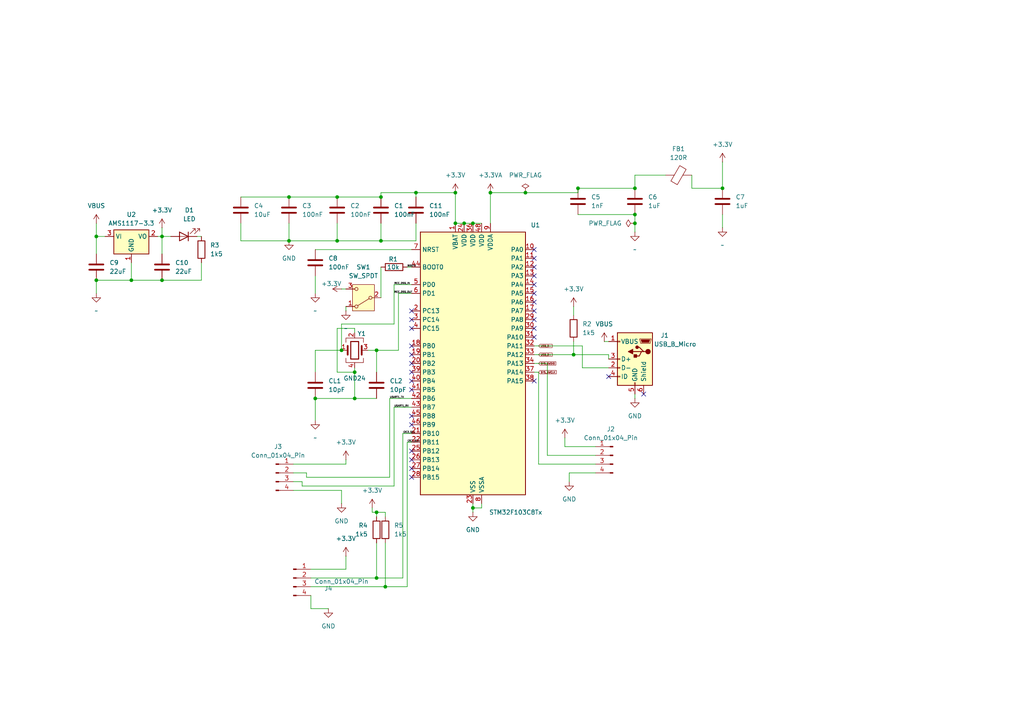
<source format=kicad_sch>
(kicad_sch (version 20250114) (generator "eeschema") (generator_version "9.0")
  (paper "A4")
  (lib_symbols
    (symbol "Connector:Conn_01x04_Pin" (pin_names (offset 1.016) (hide yes))
      (property "Reference" "J" (at 0 5.08 0))
      (property "Value" "Conn_01x04_Pin" (at 0 -7.62 0))
      (symbol "Conn_01x04_Pin_1_1"
        (rectangle (start 0.8636 2.667) (end 0 2.413) (stroke (width 0.1524)) (fill (type outline)))
        (rectangle (start 0.8636 0.127) (end 0 -0.127) (stroke (width 0.1524)) (fill (type outline)))
        (rectangle (start 0.8636 -2.413) (end 0 -2.667) (stroke (width 0.1524)) (fill (type outline)))
        (rectangle (start 0.8636 -4.953) (end 0 -5.207) (stroke (width 0.1524)) (fill (type outline)))
        (polyline (pts (xy 1.27 2.54) (xy 0.8636 2.54)) (stroke (width 0.1524)))
        (polyline (pts (xy 1.27 0) (xy 0.8636 0)) (stroke (width 0.1524)))
        (polyline (pts (xy 1.27 -2.54) (xy 0.8636 -2.54)) (stroke (width 0.1524)))
        (polyline (pts (xy 1.27 -5.08) (xy 0.8636 -5.08)) (stroke (width 0.1524)))
        (pin passive line (at 5.08 2.54 180) (length 3.81) (name "Pin_1") (number "1"))
        (pin passive line (at 5.08 0 180) (length 3.81) (name "Pin_2") (number "2"))
        (pin passive line (at 5.08 -2.54 180) (length 3.81) (name "Pin_3") (number "3"))
        (pin passive line (at 5.08 -5.08 180) (length 3.81) (name "Pin_4") (number "4"))
      )
    )
    (symbol "Connector:USB_B_Micro" (pin_names (offset 1.016))
      (property "Reference" "J" (at -5.08 11.43 0))
      (property "Value" "USB_B_Micro" (at -5.08 8.89 0))
      (symbol "USB_B_Micro_0_1"
        (rectangle (start -5.08 -7.62) (end 5.08 7.62) (stroke (width 0.254)) (fill (type background)))
        (polyline (pts (xy -4.699 5.842) (xy -4.699 5.588) (xy -4.445 4.826) (xy -4.445 4.572) (xy -1.651 4.572) (xy -1.651 4.826) (xy -1.397 5.588) (xy -1.397 5.842) (xy -4.699 5.842)))
        (polyline (pts (xy -4.318 5.588) (xy -1.778 5.588) (xy -2.032 4.826) (xy -4.064 4.826) (xy -4.318 5.588)) (fill (type outline)))
        (circle (center -3.81 2.159) (radius 0.635) (stroke (width 0.254)) (fill (type outline)))
        (polyline (pts (xy -3.175 2.159) (xy -2.54 2.159) (xy -1.27 3.429) (xy -0.635 3.429)) (stroke (width 0.254)))
        (polyline (pts (xy -2.54 2.159) (xy -1.905 2.159) (xy -1.27 0.889) (xy 0 0.889)) (stroke (width 0.254)))
        (polyline (pts (xy -1.905 2.159) (xy 0.635 2.159)) (stroke (width 0.254)))
        (circle (center -0.635 3.429) (radius 0.381) (stroke (width 0.254)) (fill (type outline)))
        (rectangle (start -0.127 -7.62) (end 0.127 -6.858))
        (rectangle (start 0.254 1.27) (end -0.508 0.508) (stroke (width 0.254)) (fill (type outline)))
        (polyline (pts (xy 0.635 2.794) (xy 0.635 1.524) (xy 1.905 2.159) (xy 0.635 2.794)) (stroke (width 0.254)) (fill (type outline)))
        (rectangle (start 5.08 4.953) (end 4.318 5.207))
        (rectangle (start 5.08 -0.127) (end 4.318 0.127))
        (rectangle (start 5.08 -2.667) (end 4.318 -2.413))
        (rectangle (start 5.08 -5.207) (end 4.318 -4.953))
      )
      (symbol "USB_B_Micro_1_1"
        (pin passive line (at -2.54 -10.16 90) (length 2.54) (name "Shield") (number "6"))
        (pin power_out line (at 0 -10.16 90) (length 2.54) (name "GND") (number "5"))
        (pin power_out line (at 7.62 5.08 180) (length 2.54) (name "VBUS") (number "1"))
        (pin bidirectional line (at 7.62 0 180) (length 2.54) (name "D+") (number "3"))
        (pin bidirectional line (at 7.62 -2.54 180) (length 2.54) (name "D-") (number "2"))
        (pin passive line (at 7.62 -5.08 180) (length 2.54) (name "ID") (number "4"))
      )
    )
    (symbol "Device:C" (pin_numbers (hide yes)) (pin_names (offset 0.254))
      (property "Reference" "C" (at 0.635 2.54 0))
      (property "Value" "C" (at 0.635 -2.54 0))
      (symbol "C_0_1"
        (polyline (pts (xy -2.032 0.762) (xy 2.032 0.762)) (stroke (width 0.508)))
        (polyline (pts (xy -2.032 -0.762) (xy 2.032 -0.762)) (stroke (width 0.508)))
      )
      (symbol "C_1_1"
        (pin passive line (at 0 3.81 270) (length 2.794) (name "~") (number "1"))
        (pin passive line (at 0 -3.81 90) (length 2.794) (name "~") (number "2"))
      )
    )
    (symbol "Device:Crystal_GND24" (pin_names (offset 1.016) (hide yes))
      (property "Reference" "Y" (at 3.175 5.08 0))
      (property "Value" "Crystal_GND24" (at 3.175 3.175 0))
      (symbol "Crystal_GND24_0_1"
        (polyline (pts (xy -2.54 2.286) (xy -2.54 3.556) (xy 2.54 3.556) (xy 2.54 2.286)))
        (polyline (pts (xy -2.54 0) (xy -2.032 0)))
        (polyline (pts (xy -2.54 -2.286) (xy -2.54 -3.556) (xy 2.54 -3.556) (xy 2.54 -2.286)))
        (polyline (pts (xy -2.032 -1.27) (xy -2.032 1.27)) (stroke (width 0.508)))
        (rectangle (start -1.143 2.54) (end 1.143 -2.54) (stroke (width 0.3048)))
        (polyline (pts (xy 0 3.556) (xy 0 3.81)))
        (polyline (pts (xy 0 -3.81) (xy 0 -3.556)))
        (polyline (pts (xy 2.032 0) (xy 2.54 0)))
        (polyline (pts (xy 2.032 -1.27) (xy 2.032 1.27)) (stroke (width 0.508)))
      )
      (symbol "Crystal_GND24_1_1"
        (pin passive line (at -3.81 0 0) (length 1.27) (name "1") (number "1"))
        (pin passive line (at 0 5.08 270) (length 1.27) (name "2") (number "2"))
        (pin passive line (at 0 -5.08 90) (length 1.27) (name "4") (number "4"))
        (pin passive line (at 3.81 0 180) (length 1.27) (name "3") (number "3"))
      )
    )
    (symbol "Device:FerriteBead" (pin_numbers (hide yes)) (pin_names (offset 0))
      (property "Reference" "FB" (at -3.81 0.635 90))
      (property "Value" "FerriteBead" (at 3.81 0 90))
      (symbol "FerriteBead_0_1"
        (polyline (pts (xy -2.7686 0.4064) (xy -1.7018 2.2606) (xy 2.7686 -0.3048) (xy 1.6764 -2.159) (xy -2.7686 0.4064)))
        (polyline (pts (xy 0 1.27) (xy 0 1.2954)))
        (polyline (pts (xy 0 -1.27) (xy 0 -1.2192)))
      )
      (symbol "FerriteBead_1_1"
        (pin passive line (at 0 3.81 270) (length 2.54) (name "~") (number "1"))
        (pin passive line (at 0 -3.81 90) (length 2.54) (name "~") (number "2"))
      )
    )
    (symbol "Device:LED" (pin_numbers (hide yes)) (pin_names (offset 1.016) (hide yes))
      (property "Reference" "D" (at 0 2.54 0))
      (property "Value" "LED" (at 0 -2.54 0))
      (symbol "LED_0_1"
        (polyline (pts (xy -3.048 -0.762) (xy -4.572 -2.286) (xy -3.81 -2.286) (xy -4.572 -2.286) (xy -4.572 -1.524)))
        (polyline (pts (xy -1.778 -0.762) (xy -3.302 -2.286) (xy -2.54 -2.286) (xy -3.302 -2.286) (xy -3.302 -1.524)))
        (polyline (pts (xy -1.27 0) (xy 1.27 0)))
        (polyline (pts (xy -1.27 -1.27) (xy -1.27 1.27)) (stroke (width 0.254)))
        (polyline (pts (xy 1.27 -1.27) (xy 1.27 1.27) (xy -1.27 0) (xy 1.27 -1.27)) (stroke (width 0.254)))
      )
      (symbol "LED_1_1"
        (pin passive line (at -3.81 0 0) (length 2.54) (name "K") (number "1"))
        (pin passive line (at 3.81 0 180) (length 2.54) (name "A") (number "2"))
      )
    )
    (symbol "Device:R" (pin_numbers (hide yes)) (pin_names (offset 0))
      (property "Reference" "R" (at 2.032 0 90))
      (property "Value" "R" (at 0 0 90))
      (symbol "R_0_1"
        (rectangle (start -1.016 -2.54) (end 1.016 2.54) (stroke (width 0.254)))
      )
      (symbol "R_1_1"
        (pin passive line (at 0 3.81 270) (length 1.27) (name "~") (number "1"))
        (pin passive line (at 0 -3.81 90) (length 1.27) (name "~") (number "2"))
      )
    )
    (symbol "MCU_ST_STM32F1:STM32F103C8Tx"
      (property "Reference" "U" (at -15.24 39.37 0))
      (property "Value" "STM32F103C8Tx" (at 7.62 39.37 0))
      (symbol "STM32F103C8Tx_0_1"
        (rectangle (start -15.24 -38.1) (end 15.24 38.1) (stroke (width 0.254)) (fill (type background)))
      )
      (symbol "STM32F103C8Tx_1_1"
        (pin input line (at -17.78 33.02 0) (length 2.54) (name "NRST") (number "7"))
        (pin input line (at -17.78 27.94 0) (length 2.54) (name "BOOT0") (number "44"))
        (pin bidirectional line (at -17.78 22.86 0) (length 2.54) (name "PD0") (number "5"))
        (pin bidirectional line (at -17.78 20.32 0) (length 2.54) (name "PD1") (number "6"))
        (pin bidirectional line (at -17.78 15.24 0) (length 2.54) (name "PC13") (number "2"))
        (pin bidirectional line (at -17.78 12.7 0) (length 2.54) (name "PC14") (number "3"))
        (pin bidirectional line (at -17.78 10.16 0) (length 2.54) (name "PC15") (number "4"))
        (pin bidirectional line (at -17.78 5.08 0) (length 2.54) (name "PB0") (number "18"))
        (pin bidirectional line (at -17.78 2.54 0) (length 2.54) (name "PB1") (number "19"))
        (pin bidirectional line (at -17.78 0 0) (length 2.54) (name "PB2") (number "20"))
        (pin bidirectional line (at -17.78 -2.54 0) (length 2.54) (name "PB3") (number "39"))
        (pin bidirectional line (at -17.78 -5.08 0) (length 2.54) (name "PB4") (number "40"))
        (pin bidirectional line (at -17.78 -7.62 0) (length 2.54) (name "PB5") (number "41"))
        (pin bidirectional line (at -17.78 -10.16 0) (length 2.54) (name "PB6") (number "42"))
        (pin bidirectional line (at -17.78 -12.7 0) (length 2.54) (name "PB7") (number "43"))
        (pin bidirectional line (at -17.78 -15.24 0) (length 2.54) (name "PB8") (number "45"))
        (pin bidirectional line (at -17.78 -17.78 0) (length 2.54) (name "PB9") (number "46"))
        (pin bidirectional line (at -17.78 -20.32 0) (length 2.54) (name "PB10") (number "21"))
        (pin bidirectional line (at -17.78 -22.86 0) (length 2.54) (name "PB11") (number "22"))
        (pin bidirectional line (at -17.78 -25.4 0) (length 2.54) (name "PB12") (number "25"))
        (pin bidirectional line (at -17.78 -27.94 0) (length 2.54) (name "PB13") (number "26"))
        (pin bidirectional line (at -17.78 -30.48 0) (length 2.54) (name "PB14") (number "27"))
        (pin bidirectional line (at -17.78 -33.02 0) (length 2.54) (name "PB15") (number "28"))
        (pin power_in line (at -5.08 40.64 270) (length 2.54) (name "VBAT") (number "1"))
        (pin power_in line (at -2.54 40.64 270) (length 2.54) (name "VDD") (number "24"))
        (pin power_in line (at 0 40.64 270) (length 2.54) (name "VDD") (number "36"))
        (pin power_in line (at 0 -40.64 90) (length 2.54) (name "VSS") (number "23"))
        (pin passive line (at 0 -40.64 90) (length 2.54) (hide yes) (name "VSS") (number "35"))
        (pin passive line (at 0 -40.64 90) (length 2.54) (hide yes) (name "VSS") (number "47"))
        (pin power_in line (at 2.54 40.64 270) (length 2.54) (name "VDD") (number "48"))
        (pin power_in line (at 2.54 -40.64 90) (length 2.54) (name "VSSA") (number "8"))
        (pin power_in line (at 5.08 40.64 270) (length 2.54) (name "VDDA") (number "9"))
        (pin bidirectional line (at 17.78 33.02 180) (length 2.54) (name "PA0") (number "10"))
        (pin bidirectional line (at 17.78 30.48 180) (length 2.54) (name "PA1") (number "11"))
        (pin bidirectional line (at 17.78 27.94 180) (length 2.54) (name "PA2") (number "12"))
        (pin bidirectional line (at 17.78 25.4 180) (length 2.54) (name "PA3") (number "13"))
        (pin bidirectional line (at 17.78 22.86 180) (length 2.54) (name "PA4") (number "14"))
        (pin bidirectional line (at 17.78 20.32 180) (length 2.54) (name "PA5") (number "15"))
        (pin bidirectional line (at 17.78 17.78 180) (length 2.54) (name "PA6") (number "16"))
        (pin bidirectional line (at 17.78 15.24 180) (length 2.54) (name "PA7") (number "17"))
        (pin bidirectional line (at 17.78 12.7 180) (length 2.54) (name "PA8") (number "29"))
        (pin bidirectional line (at 17.78 10.16 180) (length 2.54) (name "PA9") (number "30"))
        (pin bidirectional line (at 17.78 7.62 180) (length 2.54) (name "PA10") (number "31"))
        (pin bidirectional line (at 17.78 5.08 180) (length 2.54) (name "PA11") (number "32"))
        (pin bidirectional line (at 17.78 2.54 180) (length 2.54) (name "PA12") (number "33"))
        (pin bidirectional line (at 17.78 0 180) (length 2.54) (name "PA13") (number "34"))
        (pin bidirectional line (at 17.78 -2.54 180) (length 2.54) (name "PA14") (number "37"))
        (pin bidirectional line (at 17.78 -5.08 180) (length 2.54) (name "PA15") (number "38"))
      )
    )
    (symbol "Regulator_Linear:AMS1117-3.3"
      (property "Reference" "U" (at -3.81 3.175 0))
      (property "Value" "AMS1117-3.3" (at 0 3.175 0))
      (symbol "AMS1117-3.3_0_1"
        (rectangle (start -5.08 -5.08) (end 5.08 1.905) (stroke (width 0.254)) (fill (type background)))
      )
      (symbol "AMS1117-3.3_1_1"
        (pin power_in line (at -7.62 0 0) (length 2.54) (name "VI") (number "3"))
        (pin power_in line (at 0 -7.62 90) (length 2.54) (name "GND") (number "1"))
        (pin power_out line (at 7.62 0 180) (length 2.54) (name "VO") (number "2"))
      )
    )
    (symbol "Switch:SW_SPDT" (pin_names (offset 0) (hide yes))
      (property "Reference" "SW" (at 0 5.08 0))
      (property "Value" "SW_SPDT" (at 0 -5.08 0))
      (symbol "SW_SPDT_0_1"
        (circle (center -2.032 0) (radius 0.4572))
        (polyline (pts (xy -1.651 0.254) (xy 1.651 2.286)))
        (circle (center 2.032 2.54) (radius 0.4572))
        (circle (center 2.032 -2.54) (radius 0.4572))
      )
      (symbol "SW_SPDT_1_1"
        (rectangle (start -3.175 3.81) (end 3.175 -3.81) (fill (type background)))
        (pin passive line (at -5.08 0 0) (length 2.54) (name "B") (number "2"))
        (pin passive line (at 5.08 2.54 180) (length 2.54) (name "A") (number "1"))
        (pin passive line (at 5.08 -2.54 180) (length 2.54) (name "C") (number "3"))
      )
    )
    (symbol "power:+3.3V" (power) (pin_numbers (hide yes)) (pin_names (offset 0) (hide yes))
      (property "Value" "+3.3V" (at 0 3.556 0))
      (symbol "+3.3V_0_1"
        (polyline (pts (xy -0.762 1.27) (xy 0 2.54)))
        (polyline (pts (xy 0 2.54) (xy 0.762 1.27)))
        (polyline (pts (xy 0 0) (xy 0 2.54)))
      )
      (symbol "+3.3V_1_1"
        (pin power_in line (at 0 0 90) (length 0) (name "~") (number "1"))
      )
    )
    (symbol "power:GND" (power) (pin_numbers (hide yes)) (pin_names (offset 0) (hide yes))
      (property "Value" "GND" (at 0 -3.81 0))
      (symbol "GND_0_1"
        (polyline (pts (xy 0 0) (xy 0 -1.27) (xy 1.27 -1.27) (xy 0 -2.54) (xy -1.27 -1.27) (xy 0 -1.27)))
      )
      (symbol "GND_1_1"
        (pin power_in line (at 0 0 270) (length 0) (name "~") (number "1"))
      )
    )
    (symbol "power:PWR_FLAG" (power) (pin_numbers (hide yes)) (pin_names (offset 0) (hide yes))
      (property "Value" "PWR_FLAG" (at 0 3.81 0))
      (symbol "PWR_FLAG_0_0"
        (pin power_out line (at 0 0 90) (length 0) (name "~") (number "1"))
      )
      (symbol "PWR_FLAG_0_1"
        (polyline (pts (xy 0 0) (xy 0 1.27) (xy -1.016 1.905) (xy 0 2.54) (xy 1.016 1.905) (xy 0 1.27)))
      )
    )
    (symbol "power:VBUS" (power) (pin_numbers (hide yes)) (pin_names (offset 0) (hide yes))
      (property "Value" "VBUS" (at 0 3.556 0))
      (symbol "VBUS_0_1"
        (polyline (pts (xy -0.762 1.27) (xy 0 2.54)))
        (polyline (pts (xy 0 2.54) (xy 0.762 1.27)))
        (polyline (pts (xy 0 0) (xy 0 2.54)))
      )
      (symbol "VBUS_1_1"
        (pin power_in line (at 0 0 90) (length 0) (name "~") (number "1"))
      )
    )
  )
  (junction (at 27.94 81.28))
  (junction (at 97.79 69.85))
  (junction (at 46.99 81.28))
  (junction (at 109.22 101.6))
  (junction (at 142.24 55.88))
  (junction (at 83.82 69.85))
  (junction (at 134.62 64.77))
  (junction (at 102.87 115.57))
  (junction (at 184.15 62.23))
  (junction (at 209.55 54.61))
  (junction (at 38.1 81.28))
  (junction (at 120.65 55.88))
  (junction (at 110.49 57.15))
  (junction (at 99.06 101.6))
  (junction (at 97.79 57.15))
  (junction (at 46.99 68.58))
  (junction (at 166.37 102.87))
  (junction (at 152.4 55.88))
  (junction (at 111.76 170.18))
  (junction (at 132.08 64.77))
  (junction (at 102.87 107.95))
  (junction (at 167.64 54.61))
  (junction (at 110.49 69.85))
  (junction (at 109.22 148.59))
  (junction (at 137.16 147.32))
  (junction (at 184.15 64.77))
  (junction (at 91.44 115.57))
  (junction (at 83.82 57.15))
  (junction (at 132.08 55.88))
  (junction (at 109.22 167.64))
  (junction (at 184.15 54.61))
  (junction (at 137.16 64.77))
  (junction (at 27.94 68.58))
  (no_connect (at 154.94 90.17))
  (no_connect (at 119.38 105.41))
  (no_connect (at 154.94 72.39))
  (no_connect (at 119.38 135.89))
  (no_connect (at 119.38 133.35))
  (no_connect (at 119.38 92.71))
  (no_connect (at 154.94 95.25))
  (no_connect (at 154.94 74.93))
  (no_connect (at 176.53 109.22))
  (no_connect (at 119.38 100.33))
  (no_connect (at 154.94 92.71))
  (no_connect (at 154.94 80.01))
  (no_connect (at 186.69 114.3))
  (no_connect (at 119.38 110.49))
  (no_connect (at 119.38 90.17))
  (no_connect (at 154.94 87.63))
  (no_connect (at 119.38 123.19))
  (no_connect (at 119.38 113.03))
  (no_connect (at 119.38 130.81))
  (no_connect (at 119.38 102.87))
  (no_connect (at 154.94 110.49))
  (no_connect (at 154.94 82.55))
  (no_connect (at 119.38 107.95))
  (no_connect (at 154.94 85.09))
  (no_connect (at 119.38 95.25))
  (no_connect (at 154.94 77.47))
  (no_connect (at 119.38 120.65))
  (no_connect (at 154.94 97.79))
  (no_connect (at 119.38 138.43))
  (wire (pts (xy 109.22 157.48) (xy 109.22 167.64)))
  (wire (pts (xy 165.1 137.16) (xy 172.72 137.16)))
  (wire (pts (xy 163.83 129.54) (xy 172.72 129.54)))
  (wire (pts (xy 99.06 93.98) (xy 99.06 101.6)))
  (wire (pts (xy 97.79 95.25) (xy 97.79 107.95)))
  (wire (pts (xy 154.94 100.33) (xy 168.91 100.33)))
  (wire (pts (xy 115.57 85.09) (xy 115.57 101.6)))
  (wire (pts (xy 83.82 57.15) (xy 97.79 57.15)))
  (wire (pts (xy 46.99 68.58) (xy 49.53 68.58)))
  (wire (pts (xy 88.9 138.43) (xy 113.03 138.43)))
  (wire (pts (xy 119.38 82.55) (xy 114.3 82.55)))
  (wire (pts (xy 142.24 55.88) (xy 142.24 64.77)))
  (wire (pts (xy 83.82 64.77) (xy 83.82 69.85)))
  (wire (pts (xy 95.25 176.53) (xy 90.17 176.53)))
  (wire (pts (xy 111.76 157.48) (xy 111.76 170.18)))
  (wire (pts (xy 102.87 95.25) (xy 102.87 96.52)))
  (wire (pts (xy 46.99 66.04) (xy 46.99 68.58)))
  (wire (pts (xy 110.49 77.47) (xy 110.49 86.36)))
  (wire (pts (xy 90.17 170.18) (xy 111.76 170.18)))
  (wire (pts (xy 168.91 100.33) (xy 168.91 106.68)))
  (wire (pts (xy 167.64 54.61) (xy 184.15 54.61)))
  (wire (pts (xy 156.21 134.62) (xy 172.72 134.62)))
  (wire (pts (xy 38.1 81.28) (xy 46.99 81.28)))
  (wire (pts (xy 27.94 64.77) (xy 27.94 68.58)))
  (wire (pts (xy 109.22 101.6) (xy 109.22 107.95)))
  (wire (pts (xy 97.79 57.15) (xy 110.49 57.15)))
  (wire (pts (xy 91.44 101.6) (xy 91.44 107.95)))
  (wire (pts (xy 102.87 106.68) (xy 102.87 107.95)))
  (wire (pts (xy 209.55 62.23) (xy 209.55 66.04)))
  (wire (pts (xy 91.44 115.57) (xy 91.44 121.92)))
  (wire (pts (xy 85.09 142.24) (xy 99.06 142.24)))
  (wire (pts (xy 114.3 118.11) (xy 114.3 140.97)))
  (wire (pts (xy 97.79 69.85) (xy 97.79 64.77)))
  (wire (pts (xy 154.94 107.95) (xy 156.21 107.95)))
  (wire (pts (xy 132.08 64.77) (xy 134.62 64.77)))
  (wire (pts (xy 114.3 82.55) (xy 114.3 93.98)))
  (wire (pts (xy 69.85 57.15) (xy 83.82 57.15)))
  (wire (pts (xy 109.22 148.59) (xy 109.22 149.86)))
  (wire (pts (xy 27.94 68.58) (xy 27.94 73.66)))
  (wire (pts (xy 176.53 102.87) (xy 176.53 104.14)))
  (wire (pts (xy 90.17 167.64) (xy 109.22 167.64)))
  (wire (pts (xy 83.82 69.85) (xy 97.79 69.85)))
  (wire (pts (xy 91.44 115.57) (xy 102.87 115.57)))
  (wire (pts (xy 38.1 76.2) (xy 38.1 81.28)))
  (wire (pts (xy 137.16 146.05) (xy 137.16 147.32)))
  (wire (pts (xy 137.16 147.32) (xy 139.7 147.32)))
  (wire (pts (xy 118.11 128.27) (xy 119.38 128.27)))
  (wire (pts (xy 166.37 99.06) (xy 166.37 102.87)))
  (wire (pts (xy 97.79 107.95) (xy 102.87 107.95)))
  (wire (pts (xy 109.22 167.64) (xy 116.84 167.64)))
  (wire (pts (xy 132.08 55.88) (xy 120.65 55.88)))
  (wire (pts (xy 102.87 115.57) (xy 109.22 115.57)))
  (wire (pts (xy 109.22 148.59) (xy 107.95 148.59)))
  (wire (pts (xy 156.21 107.95) (xy 156.21 134.62)))
  (wire (pts (xy 116.84 125.73) (xy 116.84 167.64)))
  (wire (pts (xy 134.62 64.77) (xy 137.16 64.77)))
  (wire (pts (xy 118.11 77.47) (xy 119.38 77.47)))
  (wire (pts (xy 165.1 139.7) (xy 165.1 137.16)))
  (wire (pts (xy 110.49 69.85) (xy 110.49 64.77)))
  (wire (pts (xy 90.17 176.53) (xy 90.17 172.72)))
  (wire (pts (xy 168.91 106.68) (xy 176.53 106.68)))
  (wire (pts (xy 85.09 137.16) (xy 88.9 137.16)))
  (wire (pts (xy 100.33 133.35) (xy 100.33 134.62)))
  (wire (pts (xy 120.65 69.85) (xy 120.65 64.77)))
  (wire (pts (xy 102.87 107.95) (xy 102.87 115.57)))
  (wire (pts (xy 87.63 139.7) (xy 87.63 140.97)))
  (wire (pts (xy 106.68 101.6) (xy 109.22 101.6)))
  (wire (pts (xy 111.76 148.59) (xy 109.22 148.59)))
  (wire (pts (xy 46.99 68.58) (xy 46.99 73.66)))
  (wire (pts (xy 167.64 55.88) (xy 167.64 54.61)))
  (wire (pts (xy 99.06 101.6) (xy 91.44 101.6)))
  (wire (pts (xy 158.75 105.41) (xy 154.94 105.41)))
  (wire (pts (xy 97.79 95.25) (xy 102.87 95.25)))
  (wire (pts (xy 114.3 118.11) (xy 119.38 118.11)))
  (wire (pts (xy 30.48 68.58) (xy 27.94 68.58)))
  (wire (pts (xy 152.4 55.88) (xy 167.64 55.88)))
  (wire (pts (xy 111.76 170.18) (xy 118.11 170.18)))
  (wire (pts (xy 193.04 50.8) (xy 184.15 50.8)))
  (wire (pts (xy 166.37 102.87) (xy 176.53 102.87)))
  (wire (pts (xy 111.76 149.86) (xy 111.76 148.59)))
  (wire (pts (xy 88.9 137.16) (xy 88.9 138.43)))
  (wire (pts (xy 90.17 165.1) (xy 100.33 165.1)))
  (wire (pts (xy 57.15 68.58) (xy 58.42 68.58)))
  (wire (pts (xy 158.75 132.08) (xy 158.75 105.41)))
  (wire (pts (xy 163.83 127) (xy 163.83 129.54)))
  (wire (pts (xy 137.16 147.32) (xy 137.16 148.59)))
  (wire (pts (xy 184.15 62.23) (xy 184.15 64.77)))
  (wire (pts (xy 113.03 138.43) (xy 113.03 115.57)))
  (wire (pts (xy 27.94 81.28) (xy 38.1 81.28)))
  (wire (pts (xy 99.06 142.24) (xy 99.06 146.05)))
  (wire (pts (xy 184.15 64.77) (xy 184.15 67.31)))
  (wire (pts (xy 119.38 85.09) (xy 115.57 85.09)))
  (wire (pts (xy 154.94 102.87) (xy 166.37 102.87)))
  (wire (pts (xy 97.79 69.85) (xy 110.49 69.85)))
  (wire (pts (xy 107.95 147.32) (xy 107.95 148.59)))
  (wire (pts (xy 115.57 101.6) (xy 109.22 101.6)))
  (wire (pts (xy 58.42 81.28) (xy 46.99 81.28)))
  (wire (pts (xy 118.11 170.18) (xy 118.11 128.27)))
  (wire (pts (xy 120.65 55.88) (xy 120.65 57.15)))
  (wire (pts (xy 100.33 134.62) (xy 85.09 134.62)))
  (wire (pts (xy 139.7 147.32) (xy 139.7 146.05)))
  (wire (pts (xy 100.33 88.9) (xy 100.33 90.17)))
  (wire (pts (xy 142.24 55.88) (xy 152.4 55.88)))
  (wire (pts (xy 113.03 115.57) (xy 119.38 115.57)))
  (wire (pts (xy 85.09 139.7) (xy 87.63 139.7)))
  (wire (pts (xy 167.64 62.23) (xy 184.15 62.23)))
  (wire (pts (xy 87.63 140.97) (xy 114.3 140.97)))
  (wire (pts (xy 45.72 68.58) (xy 46.99 68.58)))
  (wire (pts (xy 184.15 114.3) (xy 184.15 115.57)))
  (wire (pts (xy 100.33 165.1) (xy 100.33 161.29)))
  (wire (pts (xy 166.37 88.9) (xy 166.37 91.44)))
  (wire (pts (xy 116.84 125.73) (xy 119.38 125.73)))
  (wire (pts (xy 110.49 69.85) (xy 120.65 69.85)))
  (wire (pts (xy 184.15 50.8) (xy 184.15 54.61)))
  (wire (pts (xy 99.06 83.82) (xy 100.33 83.82)))
  (wire (pts (xy 114.3 93.98) (xy 99.06 93.98)))
  (wire (pts (xy 27.94 81.28) (xy 27.94 85.09)))
  (wire (pts (xy 172.72 132.08) (xy 158.75 132.08)))
  (wire (pts (xy 83.82 69.85) (xy 69.85 69.85)))
  (wire (pts (xy 91.44 72.39) (xy 119.38 72.39)))
  (wire (pts (xy 200.66 50.8) (xy 200.66 54.61)))
  (wire (pts (xy 132.08 55.88) (xy 132.08 64.77)))
  (wire (pts (xy 58.42 76.2) (xy 58.42 81.28)))
  (wire (pts (xy 209.55 46.99) (xy 209.55 54.61)))
  (wire (pts (xy 137.16 64.77) (xy 139.7 64.77)))
  (wire (pts (xy 69.85 69.85) (xy 69.85 64.77)))
  (wire (pts (xy 200.66 54.61) (xy 209.55 54.61)))
  (wire (pts (xy 175.26 99.06) (xy 176.53 99.06)))
  (wire (pts (xy 110.49 55.88) (xy 110.49 57.15)))
  (wire (pts (xy 120.65 55.88) (xy 110.49 55.88)))
  (wire (pts (xy 91.44 80.01) (xy 91.44 85.09)))
  (label "I2C2_SCL" (at 116.84 125.73 0) (effects (font (size 0.5 0.5))))
  (label "USART1_TX" (at 113.03 115.57 0) (effects (font (size 0.5 0.5))))
  (label "RCC_OSS_IN" (at 114.3 82.55 0) (effects (font (size 0.5 0.5))))
  (label "USART1_RX" (at 114.3 118.11 0) (effects (font (size 0.5 0.5))))
  (label "I2C2_SDA" (at 118.11 128.27 0) (effects (font (size 0.5 0.5))))
  (label "RCC_OSS_OUT" (at 114.3 85.09 0) (effects (font (size 0.5 0.5))))
  (label "BOOT0" (at 118.11 77.47 0) (effects (font (size 0.5 0.5))))
  (global_label "SYS_SWCLK" (shape input) (at 156.21 107.95 0) (effects (font (size 0.5 0.5))) (property "Intersheetrefs" "${INTERSHEET_REFS}" (effects (hide yes))))
  (global_label "USB_D+" (shape input) (at 156.21 102.87 0) (effects (font (size 0.5 0.5))) (property "Intersheetrefs" "${INTERSHEET_REFS}" (effects (hide yes))))
  (global_label "SYS_SWDIO" (shape input) (at 156.21 105.41 0) (effects (font (size 0.5 0.5))) (property "Intersheetrefs" "${INTERSHEET_REFS}" (effects (hide yes))))
  (global_label "USB_D-" (shape input) (at 156.21 100.33 0) (effects (font (size 0.5 0.5))) (property "Intersheetrefs" "${INTERSHEET_REFS}" (effects (hide yes))))
  (symbol (lib_id "Device:C") (at 184.15 58.42 0) (unit 1)
    (property "Reference" "C6" (at 187.96 57.1499 0) (effects (justify left)))
    (property "Value" "1uF" (at 187.96 59.6899 0) (effects (justify left)))
    (property "Footprint" "Capacitor_SMD:C_0402_1005Metric" (effects (hide yes)))
    (property "Description" "Unpolarized capacitor" (effects (hide yes)))
  )
  (symbol (lib_id "power:+3.3V") (at 209.55 46.99 0) (unit 1)
    (property "Reference" "#PWR05" (effects (hide yes)))
    (property "Value" "+3.3V" (at 209.55 41.91 0))
    (property "Description" "Power symbol creates a global label with name \"+3.3V\"" (effects (hide yes)))
  )
  (symbol (lib_id "Switch:SW_SPDT") (at 105.41 86.36 180) (unit 1)
    (property "Reference" "SW1" (at 105.41 77.47 0))
    (property "Value" "SW_SPDT" (at 105.41 80.01 0))
    (property "Footprint" "Button_Switch_SMD:SW_SPDT_PCM12" (effects (hide yes)))
    (property "Description" "Switch, single pole double throw" (effects (hide yes)))
  )
  (symbol (lib_id "Device:R") (at 114.3 77.47 270) (unit 1)
    (property "Reference" "R1" (at 114.046 75.184 90))
    (property "Value" "10k" (at 114.046 77.47 90))
    (property "Footprint" "Resistor_SMD:R_0402_1005Metric" (effects (hide yes)))
    (property "Description" "Resistor" (effects (hide yes)))
  )
  (symbol (lib_id "power:GND") (at 209.55 66.04 0) (unit 1)
    (property "Reference" "#PWR07" (effects (hide yes)))
    (property "Value" "~" (at 209.55 71.12 0))
    (property "Description" "Power symbol creates a global label with name \"GND\" , ground" (effects (hide yes)))
  )
  (symbol (lib_id "power:GND") (at 100.33 90.17 0) (unit 1)
    (property "Reference" "#PWR09" (effects (hide yes)))
    (property "Value" "~" (at 100.33 95.25 0))
    (property "Description" "Power symbol creates a global label with name \"GND\" , ground" (effects (hide yes)))
  )
  (symbol (lib_id "Device:LED") (at 53.34 68.58 180) (unit 1)
    (property "Reference" "D1" (at 54.9275 60.96 0))
    (property "Value" "LED" (at 54.9275 63.5 0))
    (property "Footprint" "LED_SMD:LED_0603_1608Metric" (effects (hide yes)))
    (property "Description" "Light emitting diode" (effects (hide yes)))
    (property "Sim.Pins" "1=K 2=A" (effects (hide yes)))
  )
  (symbol (lib_id "Device:C") (at 91.44 111.76 0) (unit 1)
    (property "Reference" "CL1" (at 95.25 110.4899 0) (effects (justify left)))
    (property "Value" "10pF" (at 95.25 113.0299 0) (effects (justify left)))
    (property "Footprint" "Capacitor_SMD:C_0402_1005Metric" (effects (hide yes)))
    (property "Description" "Unpolarized capacitor" (effects (hide yes)))
  )
  (symbol (lib_id "power:PWR_FLAG") (at 184.15 64.77 90) (unit 1)
    (property "Reference" "#FLG02" (effects (hide yes)))
    (property "Value" "PWR_FLAG" (at 180.34 64.7699 90) (effects (justify left)))
    (property "Description" "Special symbol for telling ERC where power comes from" (effects (hide yes)))
  )
  (symbol (lib_id "power:GND") (at 83.82 69.85 0) (unit 1)
    (property "Reference" "#PWR03" (effects (hide yes)))
    (property "Value" "GND" (at 83.82 74.93 0))
    (property "Description" "Power symbol creates a global label with name \"GND\" , ground" (effects (hide yes)))
  )
  (symbol (lib_id "Device:R") (at 109.22 153.67 0) (mirror y) (unit 1)
    (property "Reference" "R4" (at 106.68 152.3999 0) (effects (justify left)))
    (property "Value" "1k5" (at 106.68 154.9399 0) (effects (justify left)))
    (property "Footprint" "Resistor_SMD:R_0402_1005Metric" (effects (hide yes)))
    (property "Description" "Resistor" (effects (hide yes)))
  )
  (symbol (lib_id "power:PWR_FLAG") (at 152.4 55.88 0) (unit 1)
    (property "Reference" "#FLG01" (effects (hide yes)))
    (property "Value" "PWR_FLAG" (at 152.4 50.8 0))
    (property "Description" "Special symbol for telling ERC where power comes from" (effects (hide yes)))
  )
  (symbol (lib_id "power:GND") (at 165.1 139.7 0) (unit 1)
    (property "Reference" "#PWR016" (effects (hide yes)))
    (property "Value" "GND" (at 165.1 144.78 0))
    (property "Description" "Power symbol creates a global label with name \"GND\" , ground" (effects (hide yes)))
  )
  (symbol (lib_id "Device:C") (at 27.94 77.47 0) (unit 1)
    (property "Reference" "C9" (at 31.75 76.1999 0) (effects (justify left)))
    (property "Value" "22uF" (at 31.75 78.7399 0) (effects (justify left)))
    (property "Footprint" "Capacitor_SMD:C_0402_1005Metric" (effects (hide yes)))
    (property "Description" "Unpolarized capacitor" (effects (hide yes)))
  )
  (symbol (lib_id "Device:Crystal_GND24") (at 102.87 101.6 0) (unit 1)
    (property "Reference" "Y1" (at 104.902 96.774 0))
    (property "Value" "GND24" (at 102.87 109.728 0))
    (property "Footprint" "Crystal:Crystal_SMD_3225-4Pin_3.2x2.5mm" (effects (hide yes)))
    (property "Description" "Four pin crystal, GND on pins 2 and 4" (effects (hide yes)))
  )
  (symbol (lib_id "Connector:Conn_01x04_Pin") (at 177.8 132.08 0) (mirror y) (unit 1)
    (property "Reference" "J2" (at 177.165 124.46 0))
    (property "Value" "Conn_01x04_Pin" (at 177.165 127 0))
    (property "Footprint" "Connector_PinHeader_2.54mm:PinHeader_1x04_P2.54mm_Vertical" (effects (hide yes)))
    (property "Description" "Generic connector, single row, 01x04, script generated" (effects (hide yes)))
  )
  (symbol (lib_id "Device:C") (at 97.79 60.96 0) (unit 1)
    (property "Reference" "C2" (at 101.6 59.6899 0) (effects (justify left)))
    (property "Value" "100nF" (at 101.6 62.2299 0) (effects (justify left)))
    (property "Footprint" "Capacitor_SMD:C_0402_1005Metric" (effects (hide yes)))
    (property "Description" "Unpolarized capacitor" (effects (hide yes)))
  )
  (symbol (lib_id "power:VBUS") (at 27.94 64.77 0) (unit 1)
    (property "Reference" "#PWR019" (effects (hide yes)))
    (property "Value" "VBUS" (at 27.94 59.69 0))
    (property "Description" "Power symbol creates a global label with name \"VBUS\"" (effects (hide yes)))
  )
  (symbol (lib_id "power:+3.3V") (at 163.83 127 0) (unit 1)
    (property "Reference" "#PWR015" (effects (hide yes)))
    (property "Value" "+3.3V" (at 163.83 121.92 0))
    (property "Description" "Power symbol creates a global label with name \"+3.3V\"" (effects (hide yes)))
  )
  (symbol (lib_id "power:+3.3V") (at 100.33 161.29 0) (mirror y) (unit 1)
    (property "Reference" "#PWR022" (effects (hide yes)))
    (property "Value" "+3.3V" (at 100.33 156.21 0))
    (property "Description" "Power symbol creates a global label with name \"+3.3V\"" (effects (hide yes)))
  )
  (symbol (lib_id "power:VBUS") (at 175.26 99.06 0) (unit 1)
    (property "Reference" "#PWR013" (effects (hide yes)))
    (property "Value" "VBUS" (at 175.26 93.98 0))
    (property "Description" "Power symbol creates a global label with name \"VBUS\"" (effects (hide yes)))
  )
  (symbol (lib_id "Device:C") (at 69.85 60.96 0) (unit 1)
    (property "Reference" "C4" (at 73.66 59.6899 0) (effects (justify left)))
    (property "Value" "10uF" (at 73.66 62.2299 0) (effects (justify left)))
    (property "Footprint" "Capacitor_SMD:C_0402_1005Metric" (effects (hide yes)))
    (property "Description" "Unpolarized capacitor" (effects (hide yes)))
  )
  (symbol (lib_id "Device:R") (at 58.42 72.39 0) (unit 1)
    (property "Reference" "R3" (at 60.96 71.1199 0) (effects (justify left)))
    (property "Value" "1k5" (at 60.96 73.6599 0) (effects (justify left)))
    (property "Footprint" "Resistor_SMD:R_0402_1005Metric" (effects (hide yes)))
    (property "Description" "Resistor" (effects (hide yes)))
  )
  (symbol (lib_id "power:GND") (at 137.16 148.59 0) (unit 1)
    (property "Reference" "#PWR01" (effects (hide yes)))
    (property "Value" "GND" (at 137.16 153.67 0))
    (property "Description" "Power symbol creates a global label with name \"GND\" , ground" (effects (hide yes)))
  )
  (symbol (lib_id "Device:C") (at 110.49 60.96 0) (unit 1)
    (property "Reference" "C1" (at 114.3 59.6899 0) (effects (justify left)))
    (property "Value" "100nF" (at 114.3 62.2299 0) (effects (justify left)))
    (property "Footprint" "Capacitor_SMD:C_0402_1005Metric" (effects (hide yes)))
    (property "Description" "Unpolarized capacitor" (effects (hide yes)))
  )
  (symbol (lib_id "power:+3.3V") (at 166.37 88.9 0) (unit 1)
    (property "Reference" "#PWR014" (effects (hide yes)))
    (property "Value" "+3.3V" (at 166.37 83.82 0))
    (property "Description" "Power symbol creates a global label with name \"+3.3V\"" (effects (hide yes)))
  )
  (symbol (lib_id "Device:C") (at 167.64 58.42 0) (unit 1)
    (property "Reference" "C5" (at 171.45 57.1499 0) (effects (justify left)))
    (property "Value" "1nF" (at 171.45 59.6899 0) (effects (justify left)))
    (property "Footprint" "Capacitor_SMD:C_0402_1005Metric" (effects (hide yes)))
    (property "Description" "Unpolarized capacitor" (effects (hide yes)))
  )
  (symbol (lib_id "power:GND") (at 91.44 121.92 0) (unit 1)
    (property "Reference" "#PWR011" (effects (hide yes)))
    (property "Value" "~" (at 91.44 127 0))
    (property "Description" "Power symbol creates a global label with name \"GND\" , ground" (effects (hide yes)))
  )
  (symbol (lib_id "Device:C") (at 46.99 77.47 0) (unit 1)
    (property "Reference" "C10" (at 50.8 76.1999 0) (effects (justify left)))
    (property "Value" "22uF" (at 50.8 78.7399 0) (effects (justify left)))
    (property "Footprint" "Capacitor_SMD:C_0402_1005Metric" (effects (hide yes)))
    (property "Description" "Unpolarized capacitor" (effects (hide yes)))
  )
  (symbol (lib_id "Device:C") (at 209.55 58.42 0) (unit 1)
    (property "Reference" "C7" (at 213.36 57.1499 0) (effects (justify left)))
    (property "Value" "1uF" (at 213.36 59.6899 0) (effects (justify left)))
    (property "Footprint" "Capacitor_SMD:C_0402_1005Metric" (effects (hide yes)))
    (property "Description" "Unpolarized capacitor" (effects (hide yes)))
  )
  (symbol (lib_id "Device:FerriteBead") (at 196.85 50.8 90) (unit 1)
    (property "Reference" "FB1" (at 196.7992 43.18 90))
    (property "Value" "120R" (at 196.7992 45.72 90))
    (property "Footprint" "Inductor_SMD:L_0603_1608Metric" (effects (hide yes)))
    (property "Description" "Ferrite bead" (effects (hide yes)))
  )
  (symbol (lib_id "Device:C") (at 109.22 111.76 0) (unit 1)
    (property "Reference" "CL2" (at 113.03 110.4899 0) (effects (justify left)))
    (property "Value" "10pF" (at 113.03 113.0299 0) (effects (justify left)))
    (property "Footprint" "Capacitor_SMD:C_0402_1005Metric" (effects (hide yes)))
    (property "Description" "Unpolarized capacitor" (effects (hide yes)))
  )
  (symbol (lib_id "power:GND") (at 91.44 85.09 0) (unit 1)
    (property "Reference" "#PWR08" (effects (hide yes)))
    (property "Value" "~" (at 91.44 90.17 0))
    (property "Description" "Power symbol creates a global label with name \"GND\" , ground" (effects (hide yes)))
  )
  (symbol (lib_id "power:+3.3V") (at 99.06 83.82 90) (unit 1)
    (property "Reference" "#PWR010" (effects (hide yes)))
    (property "Value" "+3.3V" (at 99.06 82.296 90) (effects (justify left)))
    (property "Description" "Power symbol creates a global label with name \"+3.3V\"" (effects (hide yes)))
  )
  (symbol (lib_id "power:+3.3V") (at 107.95 147.32 0) (mirror y) (unit 1)
    (property "Reference" "#PWR024" (effects (hide yes)))
    (property "Value" "+3.3V" (at 107.95 142.24 0))
    (property "Description" "Power symbol creates a global label with name \"+3.3V\"" (effects (hide yes)))
  )
  (symbol (lib_id "power:GND") (at 99.06 146.05 0) (mirror y) (unit 1)
    (property "Reference" "#PWR021" (effects (hide yes)))
    (property "Value" "GND" (at 99.06 151.13 0))
    (property "Description" "Power symbol creates a global label with name \"GND\" , ground" (effects (hide yes)))
  )
  (symbol (lib_id "Device:R") (at 111.76 153.67 0) (unit 1)
    (property "Reference" "R5" (at 114.3 152.3999 0) (effects (justify left)))
    (property "Value" "1k5" (at 114.3 154.9399 0) (effects (justify left)))
    (property "Footprint" "Resistor_SMD:R_0402_1005Metric" (effects (hide yes)))
    (property "Description" "Resistor" (effects (hide yes)))
  )
  (symbol (lib_id "power:GND") (at 95.25 176.53 0) (mirror y) (unit 1)
    (property "Reference" "#PWR023" (effects (hide yes)))
    (property "Value" "GND" (at 95.25 181.61 0))
    (property "Description" "Power symbol creates a global label with name \"GND\" , ground" (effects (hide yes)))
  )
  (symbol (lib_id "power:GND") (at 184.15 115.57 0) (unit 1)
    (property "Reference" "#PWR012" (effects (hide yes)))
    (property "Value" "GND" (at 184.15 120.65 0))
    (property "Description" "Power symbol creates a global label with name \"GND\" , ground" (effects (hide yes)))
  )
  (symbol (lib_id "power:GND") (at 27.94 85.09 0) (unit 1)
    (property "Reference" "#PWR017" (effects (hide yes)))
    (property "Value" "~" (at 27.94 90.17 0))
    (property "Description" "Power symbol creates a global label with name \"GND\" , ground" (effects (hide yes)))
  )
  (symbol (lib_id "power:+3.3V") (at 46.99 66.04 0) (unit 1)
    (property "Reference" "#PWR018" (effects (hide yes)))
    (property "Value" "+3.3V" (at 46.99 60.96 0))
    (property "Description" "Power symbol creates a global label with name \"+3.3V\"" (effects (hide yes)))
  )
  (symbol (lib_id "power:+3.3V") (at 132.08 55.88 0) (unit 1)
    (property "Reference" "#PWR02" (effects (hide yes)))
    (property "Value" "+3.3V" (at 132.08 50.8 0))
    (property "Description" "Power symbol creates a global label with name \"+3.3V\"" (effects (hide yes)))
  )
  (symbol (lib_id "Device:C") (at 91.44 76.2 0) (unit 1)
    (property "Reference" "C8" (at 95.25 74.9299 0) (effects (justify left)))
    (property "Value" "100nF" (at 95.25 77.4699 0) (effects (justify left)))
    (property "Footprint" "Capacitor_SMD:C_0402_1005Metric" (effects (hide yes)))
    (property "Description" "Unpolarized capacitor" (effects (hide yes)))
  )
  (symbol (lib_id "power:+3.3V") (at 100.33 133.35 0) (mirror y) (unit 1)
    (property "Reference" "#PWR020" (effects (hide yes)))
    (property "Value" "+3.3V" (at 100.33 128.27 0))
    (property "Description" "Power symbol creates a global label with name \"+3.3V\"" (effects (hide yes)))
  )
  (symbol (lib_id "Connector:Conn_01x04_Pin") (at 85.09 167.64 0) (unit 1)
    (property "Reference" "J4" (at 95.25 170.688 0))
    (property "Value" "Conn_01x04_Pin" (at 99.06 168.656 0))
    (property "Footprint" "Connector_PinHeader_2.54mm:PinHeader_1x04_P2.54mm_Vertical" (effects (hide yes)))
    (property "Description" "Generic connector, single row, 01x04, script generated" (effects (hide yes)))
  )
  (symbol (lib_id "Regulator_Linear:AMS1117-3.3") (at 38.1 68.58 0) (unit 1)
    (property "Reference" "U2" (at 38.1 62.23 0))
    (property "Value" "AMS1117-3.3" (at 38.1 64.77 0))
    (property "Footprint" "Package_TO_SOT_SMD:SOT-223-3_TabPin2" (effects (hide yes)))
    (property "Datasheet" "http://www.advanced-monolithic.com/pdf/ds1117.pdf" (effects (hide yes)))
    (property "Description" "1A Low Dropout regulator, positive, 3.3V fixed output, SOT-223" (effects (hide yes)))
  )
  (symbol (lib_id "Device:C") (at 83.82 60.96 0) (unit 1)
    (property "Reference" "C3" (at 87.63 59.6899 0) (effects (justify left)))
    (property "Value" "100nF" (at 87.63 62.2299 0) (effects (justify left)))
    (property "Footprint" "Capacitor_SMD:C_0402_1005Metric" (effects (hide yes)))
    (property "Description" "Unpolarized capacitor" (effects (hide yes)))
  )
  (symbol (lib_id "power:GND") (at 184.15 67.31 0) (unit 1)
    (property "Reference" "#PWR06" (effects (hide yes)))
    (property "Value" "~" (at 184.15 72.39 0))
    (property "Description" "Power symbol creates a global label with name \"GND\" , ground" (effects (hide yes)))
  )
  (symbol (lib_id "Connector:USB_B_Micro") (at 184.15 104.14 0) (mirror y) (unit 1)
    (property "Reference" "J1" (at 192.786 97.282 0))
    (property "Value" "USB_B_Micro" (at 195.834 99.822 0))
    (property "Footprint" "Connector_USB:USB_Micro-B_Wuerth_629105150521" (effects (hide yes)))
    (property "Description" "USB Micro Type B connector" (effects (hide yes)))
  )
  (symbol (lib_id "Connector:Conn_01x04_Pin") (at 80.01 137.16 0) (unit 1)
    (property "Reference" "J3" (at 80.645 129.54 0))
    (property "Value" "Conn_01x04_Pin" (at 80.645 132.08 0))
    (property "Footprint" "Connector_PinHeader_2.54mm:PinHeader_1x04_P2.54mm_Vertical" (effects (hide yes)))
    (property "Description" "Generic connector, single row, 01x04, script generated" (effects (hide yes)))
  )
  (symbol (lib_id "Device:R") (at 166.37 95.25 180) (unit 1)
    (property "Reference" "R2" (at 168.91 93.9799 0) (effects (justify right)))
    (property "Value" "1k5" (at 168.91 96.5199 0) (effects (justify right)))
    (property "Footprint" "Resistor_SMD:R_0402_1005Metric" (effects (hide yes)))
    (property "Description" "Resistor" (effects (hide yes)))
  )
  (symbol (lib_id "power:+3.3V") (at 142.24 55.88 0) (unit 1)
    (property "Reference" "#PWR04" (effects (hide yes)))
    (property "Value" "+3.3VA" (at 142.24 50.8 0))
    (property "Description" "Power symbol creates a global label with name \"+3.3V\"" (effects (hide yes)))
  )
  (symbol (lib_id "MCU_ST_STM32F1:STM32F103C8Tx") (at 137.16 105.41 0) (unit 1)
    (property "Reference" "U1" (at 153.924 65.278 0) (effects (justify left)))
    (property "Value" "STM32F103C8Tx" (at 141.8433 148.59 0) (effects (justify left)))
    (property "Footprint" "Package_QFP:LQFP-48_7x7mm_P0.5mm" (effects (hide yes)))
    (property "Datasheet" "https://www.st.com/resource/en/datasheet/stm32f103c8.pdf" (effects (hide yes)))
    (property "Description" "STMicroelectronics Arm Cortex-M3 MCU, 64KB flash, 20KB RAM, 72 MHz, 2.0-3.6V, 37 GPIO, LQFP48" (effects (hide yes)))
  )
  (symbol (lib_id "Device:C") (at 120.65 60.96 0) (unit 1)
    (property "Reference" "C11" (at 124.46 59.6899 0) (effects (justify left)))
    (property "Value" "100nF" (at 124.46 62.2299 0) (effects (justify left)))
    (property "Footprint" "Capacitor_SMD:C_0402_1005Metric" (effects (hide yes)))
    (property "Description" "Unpolarized capacitor" (effects (hide yes)))
  )
)
</source>
